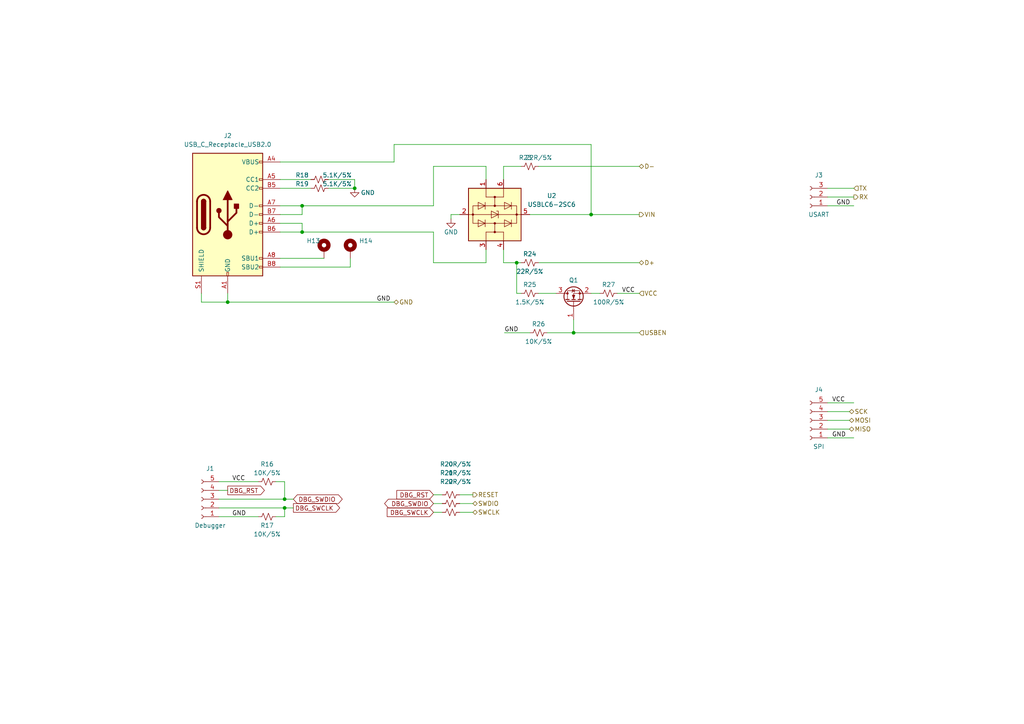
<source format=kicad_sch>
(kicad_sch (version 20211123) (generator eeschema)
  (paper "A4")
  (lib_symbols
    (symbol "Connector:Conn_01x03_Female" (pin_names (offset 1.016) hide)
      (property "Reference" "J" (at 0 5.08 0))
      (property "Value" "Conn_01x03_Female" (at 0 -5.08 0))
      (symbol "Conn_01x03_Female_1_1"
        (arc (start 0 -2.032) (mid -0.508 -2.54) (end 0 -3.048) (stroke (width 0.1524)))
        (polyline (pts (xy -1.27 -2.54) (xy -0.508 -2.54)) (stroke (width 0.1524)))
        (polyline (pts (xy -1.27 0) (xy -0.508 0)) (stroke (width 0.1524)))
        (polyline (pts (xy -1.27 2.54) (xy -0.508 2.54)) (stroke (width 0.1524)))
        (arc (start 0 0.508) (mid -0.508 0) (end 0 -0.508) (stroke (width 0.1524)))
        (arc (start 0 3.048) (mid -0.508 2.54) (end 0 2.032) (stroke (width 0.1524)))
        (pin passive line (at -5.08 2.54 0) (length 3.81) (name "Pin_1") (number "1"))
        (pin passive line (at -5.08 0 0) (length 3.81) (name "Pin_2") (number "2"))
        (pin passive line (at -5.08 -2.54 0) (length 3.81) (name "Pin_3") (number "3"))
      )
    )
    (symbol "Connector:Conn_01x05_Female" (pin_names (offset 1.016) hide)
      (property "Reference" "J" (at 0 7.62 0))
      (property "Value" "Conn_01x05_Female" (at 0 -7.62 0))
      (symbol "Conn_01x05_Female_1_1"
        (arc (start 0 -4.572) (mid -0.508 -5.08) (end 0 -5.588) (stroke (width 0.1524)))
        (arc (start 0 -2.032) (mid -0.508 -2.54) (end 0 -3.048) (stroke (width 0.1524)))
        (polyline (pts (xy -1.27 -5.08) (xy -0.508 -5.08)) (stroke (width 0.1524)))
        (polyline (pts (xy -1.27 -2.54) (xy -0.508 -2.54)) (stroke (width 0.1524)))
        (polyline (pts (xy -1.27 0) (xy -0.508 0)) (stroke (width 0.1524)))
        (polyline (pts (xy -1.27 2.54) (xy -0.508 2.54)) (stroke (width 0.1524)))
        (polyline (pts (xy -1.27 5.08) (xy -0.508 5.08)) (stroke (width 0.1524)))
        (arc (start 0 0.508) (mid -0.508 0) (end 0 -0.508) (stroke (width 0.1524)))
        (arc (start 0 3.048) (mid -0.508 2.54) (end 0 2.032) (stroke (width 0.1524)))
        (arc (start 0 5.588) (mid -0.508 5.08) (end 0 4.572) (stroke (width 0.1524)))
        (pin passive line (at -5.08 5.08 0) (length 3.81) (name "Pin_1") (number "1"))
        (pin passive line (at -5.08 2.54 0) (length 3.81) (name "Pin_2") (number "2"))
        (pin passive line (at -5.08 0 0) (length 3.81) (name "Pin_3") (number "3"))
        (pin passive line (at -5.08 -2.54 0) (length 3.81) (name "Pin_4") (number "4"))
        (pin passive line (at -5.08 -5.08 0) (length 3.81) (name "Pin_5") (number "5"))
      )
    )
    (symbol "Connector:USB_C_Receptacle_USB2.0" (pin_names (offset 1.016))
      (property "Reference" "J" (at -10.16 19.05 0))
      (property "Value" "USB_C_Receptacle_USB2.0" (at 19.05 19.05 0))
      (symbol "USB_C_Receptacle_USB2.0_0_0"
        (rectangle (start -0.254 -17.78) (end 0.254 -16.764))
        (rectangle (start 10.16 -14.986) (end 9.144 -15.494))
        (rectangle (start 10.16 -12.446) (end 9.144 -12.954))
        (rectangle (start 10.16 -4.826) (end 9.144 -5.334))
        (rectangle (start 10.16 -2.286) (end 9.144 -2.794))
        (rectangle (start 10.16 0.254) (end 9.144 -0.254))
        (rectangle (start 10.16 2.794) (end 9.144 2.286))
        (rectangle (start 10.16 7.874) (end 9.144 7.366))
        (rectangle (start 10.16 10.414) (end 9.144 9.906))
        (rectangle (start 10.16 15.494) (end 9.144 14.986))
      )
      (symbol "USB_C_Receptacle_USB2.0_0_1"
        (rectangle (start -10.16 17.78) (end 10.16 -17.78) (stroke (width 0.254)) (fill (type background)))
        (arc (start -8.89 -3.81) (mid -6.985 -5.715) (end -5.08 -3.81) (stroke (width 0.508)))
        (arc (start -7.62 -3.81) (mid -6.985 -4.445) (end -6.35 -3.81) (stroke (width 0.254)))
        (arc (start -7.62 -3.81) (mid -6.985 -4.445) (end -6.35 -3.81) (stroke (width 0.254)) (fill (type outline)))
        (rectangle (start -7.62 -3.81) (end -6.35 3.81) (stroke (width 0.254)) (fill (type outline)))
        (arc (start -6.35 3.81) (mid -6.985 4.445) (end -7.62 3.81) (stroke (width 0.254)))
        (arc (start -6.35 3.81) (mid -6.985 4.445) (end -7.62 3.81) (stroke (width 0.254)) (fill (type outline)))
        (arc (start -5.08 3.81) (mid -6.985 5.715) (end -8.89 3.81) (stroke (width 0.508)))
        (circle (center -2.54 1.143) (radius 0.635) (stroke (width 0.254)) (fill (type outline)))
        (circle (center 0 -5.842) (radius 1.27) (fill (type outline)))
        (polyline (pts (xy -8.89 -3.81) (xy -8.89 3.81)) (stroke (width 0.508)))
        (polyline (pts (xy -5.08 3.81) (xy -5.08 -3.81)) (stroke (width 0.508)))
        (polyline (pts (xy 0 -5.842) (xy 0 4.318)) (stroke (width 0.508)))
        (polyline (pts (xy 0 -3.302) (xy -2.54 -0.762) (xy -2.54 0.508)) (stroke (width 0.508)))
        (polyline (pts (xy 0 -2.032) (xy 2.54 0.508) (xy 2.54 1.778)) (stroke (width 0.508)))
        (polyline (pts (xy -1.27 4.318) (xy 0 6.858) (xy 1.27 4.318) (xy -1.27 4.318)) (stroke (width 0.254)) (fill (type outline)))
        (rectangle (start 1.905 1.778) (end 3.175 3.048) (stroke (width 0.254)) (fill (type outline)))
      )
      (symbol "USB_C_Receptacle_USB2.0_1_1"
        (pin passive line (at 0 -22.86 90) (length 5.08) (name "GND") (number "A1"))
        (pin passive line (at 0 -22.86 90) (length 5.08) hide (name "GND") (number "A12"))
        (pin passive line (at 15.24 15.24 180) (length 5.08) (name "VBUS") (number "A4"))
        (pin bidirectional line (at 15.24 10.16 180) (length 5.08) (name "CC1") (number "A5"))
        (pin bidirectional line (at 15.24 -2.54 180) (length 5.08) (name "D+") (number "A6"))
        (pin bidirectional line (at 15.24 2.54 180) (length 5.08) (name "D-") (number "A7"))
        (pin bidirectional line (at 15.24 -12.7 180) (length 5.08) (name "SBU1") (number "A8"))
        (pin passive line (at 15.24 15.24 180) (length 5.08) hide (name "VBUS") (number "A9"))
        (pin passive line (at 0 -22.86 90) (length 5.08) hide (name "GND") (number "B1"))
        (pin passive line (at 0 -22.86 90) (length 5.08) hide (name "GND") (number "B12"))
        (pin passive line (at 15.24 15.24 180) (length 5.08) hide (name "VBUS") (number "B4"))
        (pin bidirectional line (at 15.24 7.62 180) (length 5.08) (name "CC2") (number "B5"))
        (pin bidirectional line (at 15.24 -5.08 180) (length 5.08) (name "D+") (number "B6"))
        (pin bidirectional line (at 15.24 0 180) (length 5.08) (name "D-") (number "B7"))
        (pin bidirectional line (at 15.24 -15.24 180) (length 5.08) (name "SBU2") (number "B8"))
        (pin passive line (at 15.24 15.24 180) (length 5.08) hide (name "VBUS") (number "B9"))
        (pin passive line (at -7.62 -22.86 90) (length 5.08) (name "SHIELD") (number "S1"))
      )
    )
    (symbol "Device:Q_NMOS_GSD" (pin_names (offset 0) hide)
      (property "Reference" "Q" (at 5.08 1.27 0))
      (property "Value" "Q_NMOS_GSD" (at 5.08 -1.27 0))
      (symbol "Q_NMOS_GSD_0_1"
        (polyline (pts (xy 0.254 0) (xy -2.54 0)))
        (polyline (pts (xy 0.254 1.905) (xy 0.254 -1.905)) (stroke (width 0.254)))
        (polyline (pts (xy 0.762 -1.27) (xy 0.762 -2.286)) (stroke (width 0.254)))
        (polyline (pts (xy 0.762 0.508) (xy 0.762 -0.508)) (stroke (width 0.254)))
        (polyline (pts (xy 0.762 2.286) (xy 0.762 1.27)) (stroke (width 0.254)))
        (polyline (pts (xy 2.54 2.54) (xy 2.54 1.778)))
        (polyline (pts (xy 2.54 -2.54) (xy 2.54 0) (xy 0.762 0)))
        (polyline (pts (xy 0.762 -1.778) (xy 3.302 -1.778) (xy 3.302 1.778) (xy 0.762 1.778)))
        (polyline (pts (xy 1.016 0) (xy 2.032 0.381) (xy 2.032 -0.381) (xy 1.016 0)) (fill (type outline)))
        (polyline (pts (xy 2.794 0.508) (xy 2.921 0.381) (xy 3.683 0.381) (xy 3.81 0.254)))
        (polyline (pts (xy 3.302 0.381) (xy 2.921 -0.254) (xy 3.683 -0.254) (xy 3.302 0.381)))
        (circle (center 1.651 0) (radius 2.794) (stroke (width 0.254)))
        (circle (center 2.54 -1.778) (radius 0.254) (fill (type outline)))
        (circle (center 2.54 1.778) (radius 0.254) (fill (type outline)))
      )
      (symbol "Q_NMOS_GSD_1_1"
        (pin input line (at -5.08 0 0) (length 2.54) (name "G") (number "1"))
        (pin passive line (at 2.54 -5.08 90) (length 2.54) (name "S") (number "2"))
        (pin passive line (at 2.54 5.08 270) (length 2.54) (name "D") (number "3"))
      )
    )
    (symbol "Device:R_Small_US" (pin_numbers hide) (pin_names (offset 0.254) hide)
      (property "Reference" "R" (at 0.762 0.508 0))
      (property "Value" "R_Small_US" (at 0.762 -1.016 0))
      (symbol "R_Small_US_1_1"
        (polyline (pts (xy 0 0) (xy 1.016 -0.381) (xy 0 -0.762) (xy -1.016 -1.143) (xy 0 -1.524)))
        (polyline (pts (xy 0 1.524) (xy 1.016 1.143) (xy 0 0.762) (xy -1.016 0.381) (xy 0 0)))
        (pin passive line (at 0 2.54 270) (length 1.016) (name "~") (number "1"))
        (pin passive line (at 0 -2.54 90) (length 1.016) (name "~") (number "2"))
      )
    )
    (symbol "Mechanical:MountingHole_Pad" (pin_numbers hide) (pin_names (offset 1.016) hide)
      (property "Reference" "H" (at 0 6.35 0))
      (property "Value" "MountingHole_Pad" (at 0 4.445 0))
      (symbol "MountingHole_Pad_0_1"
        (circle (center 0 1.27) (radius 1.27) (stroke (width 1.27)))
      )
      (symbol "MountingHole_Pad_1_1"
        (pin input line (at 0 -2.54 90) (length 2.54) (name "1") (number "1"))
      )
    )
    (symbol "Power_Protection:USBLC6-2SC6" (pin_names hide)
      (property "Reference" "U" (at 2.54 8.89 0))
      (property "Value" "USBLC6-2SC6" (at 2.54 -8.89 0))
      (symbol "USBLC6-2SC6_0_1"
        (rectangle (start -7.62 -7.62) (end 7.62 7.62) (stroke (width 0.254)) (fill (type background)))
        (circle (center -5.08 0) (radius 0.254) (fill (type outline)))
        (circle (center -2.54 0) (radius 0.254) (fill (type outline)))
        (rectangle (start -2.54 6.35) (end 2.54 -6.35))
        (circle (center 0 -6.35) (radius 0.254) (fill (type outline)))
        (polyline (pts (xy -5.08 -2.54) (xy -7.62 -2.54)))
        (polyline (pts (xy -5.08 0) (xy -5.08 -2.54)))
        (polyline (pts (xy -5.08 2.54) (xy -7.62 2.54)))
        (polyline (pts (xy -1.524 -2.794) (xy -3.556 -2.794)))
        (polyline (pts (xy -1.524 4.826) (xy -3.556 4.826)))
        (polyline (pts (xy 0 -7.62) (xy 0 -6.35)))
        (polyline (pts (xy 0 -6.35) (xy 0 1.27)))
        (polyline (pts (xy 0 1.27) (xy 0 6.35)))
        (polyline (pts (xy 0 6.35) (xy 0 7.62)))
        (polyline (pts (xy 1.524 -2.794) (xy 3.556 -2.794)))
        (polyline (pts (xy 1.524 4.826) (xy 3.556 4.826)))
        (polyline (pts (xy 5.08 -2.54) (xy 7.62 -2.54)))
        (polyline (pts (xy 5.08 0) (xy 5.08 -2.54)))
        (polyline (pts (xy 5.08 2.54) (xy 7.62 2.54)))
        (polyline (pts (xy -2.54 0) (xy -5.08 0) (xy -5.08 2.54)))
        (polyline (pts (xy 2.54 0) (xy 5.08 0) (xy 5.08 2.54)))
        (polyline (pts (xy -3.556 -4.826) (xy -1.524 -4.826) (xy -2.54 -2.794) (xy -3.556 -4.826)))
        (polyline (pts (xy -3.556 2.794) (xy -1.524 2.794) (xy -2.54 4.826) (xy -3.556 2.794)))
        (polyline (pts (xy -1.016 -1.016) (xy 1.016 -1.016) (xy 0 1.016) (xy -1.016 -1.016)))
        (polyline (pts (xy 1.016 1.016) (xy 0.762 1.016) (xy -1.016 1.016) (xy -1.016 0.508)))
        (polyline (pts (xy 3.556 -4.826) (xy 1.524 -4.826) (xy 2.54 -2.794) (xy 3.556 -4.826)))
        (polyline (pts (xy 3.556 2.794) (xy 1.524 2.794) (xy 2.54 4.826) (xy 3.556 2.794)))
        (circle (center 0 6.35) (radius 0.254) (fill (type outline)))
        (circle (center 2.54 0) (radius 0.254) (fill (type outline)))
        (circle (center 5.08 0) (radius 0.254) (fill (type outline)))
      )
      (symbol "USBLC6-2SC6_1_1"
        (pin passive line (at -10.16 -2.54 0) (length 2.54) (name "I/O1") (number "1"))
        (pin passive line (at 0 -10.16 90) (length 2.54) (name "GND") (number "2"))
        (pin passive line (at 10.16 -2.54 180) (length 2.54) (name "I/O2") (number "3"))
        (pin passive line (at 10.16 2.54 180) (length 2.54) (name "I/O2") (number "4"))
        (pin passive line (at 0 10.16 270) (length 2.54) (name "VBUS") (number "5"))
        (pin passive line (at -10.16 2.54 0) (length 2.54) (name "I/O1") (number "6"))
      )
    )
    (symbol "power:GND" (power) (pin_names (offset 0))
      (property "Value" "GND" (at 0 -3.81 0))
      (symbol "GND_0_1"
        (polyline (pts (xy 0 0) (xy 0 -1.27) (xy 1.27 -1.27) (xy 0 -2.54) (xy -1.27 -1.27) (xy 0 -1.27)))
      )
      (symbol "GND_1_1"
        (pin power_in line (at 0 0 270) (length 0) hide (name "GND") (number "1"))
      )
    )
  )
  (junction (at 87.63 59.69))
  (junction (at 102.87 54.61))
  (junction (at 82.55 147.32))
  (junction (at 66.04 87.63))
  (junction (at 171.45 62.23))
  (junction (at 82.55 144.78))
  (junction (at 87.63 67.31))
  (junction (at 149.86 76.2))
  (junction (at 166.37 96.52))
  (wire (pts (xy 151.13 85.09) (xy 149.86 85.09)))
  (wire (pts (xy 133.35 146.05) (xy 137.16 146.05)))
  (wire (pts (xy 240.03 119.38) (xy 246.38 119.38)))
  (wire (pts (xy 133.35 62.23) (xy 130.81 62.23)))
  (wire (pts (xy 146.05 48.26) (xy 151.13 48.26)))
  (wire (pts (xy 63.5 139.7) (xy 74.93 139.7)))
  (wire (pts (xy 114.3 41.91) (xy 171.45 41.91)))
  (wire (pts (xy 140.97 76.2) (xy 140.97 72.39)))
  (wire (pts (xy 80.01 139.7) (xy 82.55 139.7)))
  (wire (pts (xy 166.37 96.52) (xy 166.37 92.71)))
  (wire (pts (xy 156.21 48.26) (xy 185.42 48.26)))
  (wire (pts (xy 240.03 59.69) (xy 247.65 59.69)))
  (wire (pts (xy 179.07 85.09) (xy 185.42 85.09)))
  (wire (pts (xy 146.05 52.07) (xy 146.05 48.26)))
  (wire (pts (xy 140.97 48.26) (xy 140.97 52.07)))
  (wire (pts (xy 80.01 149.86) (xy 82.55 149.86)))
  (wire (pts (xy 101.6 77.47) (xy 101.6 74.93)))
  (wire (pts (xy 87.63 59.69) (xy 125.73 59.69)))
  (wire (pts (xy 81.28 52.07) (xy 90.17 52.07)))
  (wire (pts (xy 158.75 96.52) (xy 166.37 96.52)))
  (wire (pts (xy 125.73 148.59) (xy 128.27 148.59)))
  (wire (pts (xy 81.28 46.99) (xy 114.3 46.99)))
  (wire (pts (xy 114.3 46.99) (xy 114.3 41.91)))
  (wire (pts (xy 153.67 62.23) (xy 171.45 62.23)))
  (wire (pts (xy 63.5 142.24) (xy 66.04 142.24)))
  (wire (pts (xy 130.81 62.23) (xy 130.81 63.5)))
  (wire (pts (xy 125.73 146.05) (xy 128.27 146.05)))
  (wire (pts (xy 156.21 85.09) (xy 161.29 85.09)))
  (wire (pts (xy 87.63 67.31) (xy 125.73 67.31)))
  (wire (pts (xy 156.21 76.2) (xy 185.42 76.2)))
  (wire (pts (xy 81.28 67.31) (xy 87.63 67.31)))
  (wire (pts (xy 146.05 76.2) (xy 149.86 76.2)))
  (wire (pts (xy 240.03 57.15) (xy 247.65 57.15)))
  (wire (pts (xy 146.05 72.39) (xy 146.05 76.2)))
  (wire (pts (xy 171.45 41.91) (xy 171.45 62.23)))
  (wire (pts (xy 82.55 139.7) (xy 82.55 144.78)))
  (wire (pts (xy 66.04 87.63) (xy 114.3 87.63)))
  (wire (pts (xy 171.45 62.23) (xy 185.42 62.23)))
  (wire (pts (xy 81.28 74.93) (xy 93.98 74.93)))
  (wire (pts (xy 125.73 143.51) (xy 128.27 143.51)))
  (wire (pts (xy 82.55 144.78) (xy 85.09 144.78)))
  (wire (pts (xy 149.86 76.2) (xy 151.13 76.2)))
  (wire (pts (xy 125.73 59.69) (xy 125.73 48.26)))
  (wire (pts (xy 171.45 85.09) (xy 173.99 85.09)))
  (wire (pts (xy 102.87 52.07) (xy 102.87 54.61)))
  (wire (pts (xy 95.25 54.61) (xy 102.87 54.61)))
  (wire (pts (xy 240.03 127) (xy 247.65 127)))
  (wire (pts (xy 63.5 149.86) (xy 74.93 149.86)))
  (wire (pts (xy 81.28 59.69) (xy 87.63 59.69)))
  (wire (pts (xy 125.73 67.31) (xy 125.73 76.2)))
  (wire (pts (xy 185.42 96.52) (xy 166.37 96.52)))
  (wire (pts (xy 146.304 96.52) (xy 153.67 96.52)))
  (wire (pts (xy 58.42 85.09) (xy 58.42 87.63)))
  (wire (pts (xy 66.04 85.09) (xy 66.04 87.63)))
  (wire (pts (xy 125.73 48.26) (xy 140.97 48.26)))
  (wire (pts (xy 149.86 85.09) (xy 149.86 76.2)))
  (wire (pts (xy 240.03 121.92) (xy 246.38 121.92)))
  (wire (pts (xy 82.55 149.86) (xy 82.55 147.32)))
  (wire (pts (xy 87.63 62.23) (xy 87.63 59.69)))
  (wire (pts (xy 63.5 144.78) (xy 82.55 144.78)))
  (wire (pts (xy 81.28 77.47) (xy 101.6 77.47)))
  (wire (pts (xy 133.35 148.59) (xy 137.16 148.59)))
  (wire (pts (xy 125.73 76.2) (xy 140.97 76.2)))
  (wire (pts (xy 95.25 52.07) (xy 102.87 52.07)))
  (wire (pts (xy 133.35 143.51) (xy 137.16 143.51)))
  (wire (pts (xy 58.42 87.63) (xy 66.04 87.63)))
  (wire (pts (xy 82.55 147.32) (xy 85.09 147.32)))
  (wire (pts (xy 240.03 116.84) (xy 247.65 116.84)))
  (wire (pts (xy 81.28 54.61) (xy 90.17 54.61)))
  (wire (pts (xy 240.03 124.46) (xy 246.38 124.46)))
  (wire (pts (xy 87.63 64.77) (xy 87.63 67.31)))
  (wire (pts (xy 240.03 54.61) (xy 247.65 54.61)))
  (wire (pts (xy 81.28 62.23) (xy 87.63 62.23)))
  (wire (pts (xy 81.28 64.77) (xy 87.63 64.77)))
  (wire (pts (xy 63.5 147.32) (xy 82.55 147.32)))
  (label "GND" (at 146.304 96.52 0))
  (label "GND" (at 109.22 87.63 0))
  (label "GND" (at 242.57 59.69 0))
  (label "VCC" (at 241.3 116.84 0))
  (label "VCC" (at 180.34 85.09 0))
  (label "VCC" (at 67.31 139.7 0))
  (label "GND" (at 67.31 149.86 0))
  (label "GND" (at 241.3 127 0))
  (global_label "DBG_SWCLK" (shape output) (at 85.09 147.32 0) (property "插入圖紙頁參考" "${INTERSHEET_REFS}" (effects hide)))
  (global_label "DBG_RST" (shape input) (at 125.73 143.51 180) (property "插入圖紙頁參考" "${INTERSHEET_REFS}" (effects hide)))
  (global_label "DBG_SWDIO" (shape bidirectional) (at 85.09 144.78 0) (property "插入圖紙頁參考" "${INTERSHEET_REFS}" (effects hide)))
  (global_label "DBG_RST" (shape output) (at 66.04 142.24 0) (property "插入圖紙頁參考" "${INTERSHEET_REFS}" (effects hide)))
  (global_label "DBG_SWDIO" (shape bidirectional) (at 125.73 146.05 180) (property "插入圖紙頁參考" "${INTERSHEET_REFS}" (effects hide)))
  (global_label "DBG_SWCLK" (shape input) (at 125.73 148.59 180) (property "插入圖紙頁參考" "${INTERSHEET_REFS}" (effects hide)))
  (hierarchical_label "VCC" (shape input) (at 185.42 85.09 0))
  (hierarchical_label "D-" (shape bidirectional) (at 185.42 48.26 0))
  (hierarchical_label "VIN" (shape output) (at 185.42 62.23 0))
  (hierarchical_label "SWCLK" (shape bidirectional) (at 137.16 148.59 0))
  (hierarchical_label "MISO" (shape bidirectional) (at 246.38 124.46 0))
  (hierarchical_label "D+" (shape bidirectional) (at 185.42 76.2 0))
  (hierarchical_label "SCK" (shape bidirectional) (at 246.38 119.38 0))
  (hierarchical_label "RESET" (shape output) (at 137.16 143.51 0))
  (hierarchical_label "MOSI" (shape bidirectional) (at 246.38 121.92 0))
  (hierarchical_label "SWDIO" (shape bidirectional) (at 137.16 146.05 0))
  (hierarchical_label "USBEN" (shape input) (at 185.42 96.52 0))
  (hierarchical_label "GND" (shape bidirectional) (at 114.3 87.63 0))
  (hierarchical_label "RX" (shape output) (at 247.65 57.15 0))
  (hierarchical_label "TX" (shape input) (at 247.65 54.61 0))
  (symbol (lib_id "Power_Protection:USBLC6-2SC6") (at 143.51 62.23 270) (unit 1)
    (property "Reference" "U2" (at 160.02 56.7688 90))
    (property "Value" "USBLC6-2SC6" (at 160.02 59.3088 90))
    (property "Footprint" "Package_TO_SOT_SMD:SOT-23-6" (effects hide))
    (property "Datasheet" "https://www.st.com/resource/en/datasheet/usblc6-2.pdf" (effects hide))
  )
  (symbol (lib_id "Device:R_Small_US") (at 156.21 96.52 90) (unit 1)
    (property "Reference" "R26" (at 156.21 93.98 90))
    (property "Value" "10K/5%" (at 156.21 99.06 90))
    (property "Footprint" "Resistor_SMD:R_0603_1608Metric" (effects hide))
  )
  (symbol (lib_id "Connector:Conn_01x05_Female") (at 58.42 144.78 180) (unit 1)
    (property "Reference" "J1" (at 60.96 135.89 0))
    (property "Value" "Debugger" (at 60.96 152.4 0))
    (property "Footprint" "Connector_PinHeader_2.00mm:PinHeader_1x05_P2.00mm_Vertical" (effects hide))
  )
  (symbol (lib_id "power:GND") (at 130.81 63.5 0) (unit 1)
    (property "Reference" "#PWR020" (effects hide))
    (property "Value" "GND" (at 130.81 67.31 0))
  )
  (symbol (lib_id "Device:R_Small_US") (at 130.81 143.51 90) (unit 1)
    (property "Reference" "R20" (at 129.54 134.62 90))
    (property "Value" "0R/5%" (at 133.35 134.62 90))
    (property "Footprint" "Resistor_SMD:R_0603_1608Metric" (effects hide))
  )
  (symbol (lib_id "Device:R_Small_US") (at 92.71 52.07 90) (unit 1)
    (property "Reference" "R18" (at 87.63 50.8 90))
    (property "Value" "5.1K/5%" (at 97.79 50.8 90))
    (property "Footprint" "Resistor_SMD:R_0603_1608Metric" (effects hide))
  )
  (symbol (lib_id "Device:R_Small_US") (at 92.71 54.61 90) (unit 1)
    (property "Reference" "R19" (at 87.63 53.34 90))
    (property "Value" "5.1K/5%" (at 97.79 53.34 90))
    (property "Footprint" "Resistor_SMD:R_0603_1608Metric" (effects hide))
  )
  (symbol (lib_id "Mechanical:MountingHole_Pad") (at 101.6 72.39 0) (unit 1)
    (property "Reference" "H14" (at 104.14 69.8499 0) (effects (justify left)))
    (property "Value" "MountingHole_Pad" (effects hide))
    (property "Footprint" "NetTie:NetTie-2_SMD_Pad0.5mm" (effects hide))
  )
  (symbol (lib_id "Device:R_Small_US") (at 153.67 76.2 90) (unit 1)
    (property "Reference" "R24" (at 153.67 73.66 90))
    (property "Value" "22R/5%" (at 153.67 78.74 90))
    (property "Footprint" "Resistor_SMD:R_0603_1608Metric" (effects hide))
  )
  (symbol (lib_id "Connector:Conn_01x03_Female") (at 234.95 57.15 180) (unit 1)
    (property "Reference" "J3" (at 237.49 50.8 0))
    (property "Value" "USART" (at 237.49 62.23 0))
    (property "Footprint" "Connector_PinHeader_2.00mm:PinHeader_1x03_P2.00mm_Vertical" (effects hide))
  )
  (symbol (lib_id "Device:R_Small_US") (at 153.67 48.26 90) (unit 1)
    (property "Reference" "R23" (at 152.4 45.72 90))
    (property "Value" "22R/5%" (at 156.21 45.72 90))
    (property "Footprint" "Resistor_SMD:R_0603_1608Metric" (effects hide))
  )
  (symbol (lib_id "Device:R_Small_US") (at 176.53 85.09 90) (unit 1)
    (property "Reference" "R27" (at 176.53 82.55 90))
    (property "Value" "100R/5%" (at 176.53 87.63 90))
    (property "Footprint" "Resistor_SMD:R_0603_1608Metric" (effects hide))
  )
  (symbol (lib_id "Device:R_Small_US") (at 130.81 148.59 90) (unit 1)
    (property "Reference" "R22" (at 129.54 139.7 90))
    (property "Value" "0R/5%" (at 133.35 139.7 90))
    (property "Footprint" "Resistor_SMD:R_0603_1608Metric" (effects hide))
  )
  (symbol (lib_id "Device:R_Small_US") (at 153.67 85.09 90) (unit 1)
    (property "Reference" "R25" (at 153.67 82.55 90))
    (property "Value" "1.5K/5%" (at 153.67 87.63 90))
    (property "Footprint" "Resistor_SMD:R_0603_1608Metric" (effects hide))
  )
  (symbol (lib_id "Device:Q_NMOS_GSD") (at 166.37 87.63 90) (unit 1)
    (property "Reference" "Q1" (at 166.37 81.28 90))
    (property "Value" "Q_NMOS_GSD" (effects hide))
    (property "Footprint" "Package_TO_SOT_SMD:SOT-23" (effects hide))
  )
  (symbol (lib_id "Connector:Conn_01x05_Female") (at 234.95 121.92 180) (unit 1)
    (property "Reference" "J4" (at 237.49 113.03 0))
    (property "Value" "SPI" (at 237.49 129.54 0))
    (property "Footprint" "Connector_PinHeader_2.00mm:PinHeader_1x05_P2.00mm_Vertical" (effects hide))
  )
  (symbol (lib_id "power:GND") (at 102.87 54.61 0) (unit 1)
    (property "Reference" "#PWR019" (effects hide))
    (property "Value" "GND" (at 106.68 55.88 0))
  )
  (symbol (lib_id "Mechanical:MountingHole_Pad") (at 93.98 72.39 0) (unit 1)
    (property "Reference" "H13" (at 88.9 69.85 0) (effects (justify left)))
    (property "Value" "MountingHole_Pad" (effects hide))
    (property "Footprint" "NetTie:NetTie-2_SMD_Pad0.5mm" (effects hide))
  )
  (symbol (lib_id "Connector:USB_C_Receptacle_USB2.0") (at 66.04 62.23 0) (unit 1)
    (property "Reference" "J2" (at 66.04 39.37 0))
    (property "Value" "USB_C_Receptacle_USB2.0" (at 66.04 41.91 0))
    (property "Footprint" "Connector_USB:USB_C_Receptacle_HRO_TYPE-C-31-M-12" (effects hide))
    (property "Datasheet" "https://www.usb.org/sites/default/files/documents/usb_type-c.zip" (effects hide))
  )
  (symbol (lib_id "Device:R_Small_US") (at 77.47 149.86 90) (unit 1)
    (property "Reference" "R17" (at 77.47 152.4 90))
    (property "Value" "10K/5%" (at 77.47 154.94 90))
    (property "Footprint" "Resistor_SMD:R_0603_1608Metric" (effects hide))
  )
  (symbol (lib_id "Device:R_Small_US") (at 130.81 146.05 90) (unit 1)
    (property "Reference" "R21" (at 129.54 137.16 90))
    (property "Value" "0R/5%" (at 133.35 137.16 90))
    (property "Footprint" "Resistor_SMD:R_0603_1608Metric" (effects hide))
  )
  (symbol (lib_id "Device:R_Small_US") (at 77.47 139.7 90) (unit 1)
    (property "Reference" "R16" (at 77.47 134.62 90))
    (property "Value" "10K/5%" (at 77.47 137.16 90))
    (property "Footprint" "Resistor_SMD:R_0603_1608Metric" (effects hide))
  )
)
</source>
